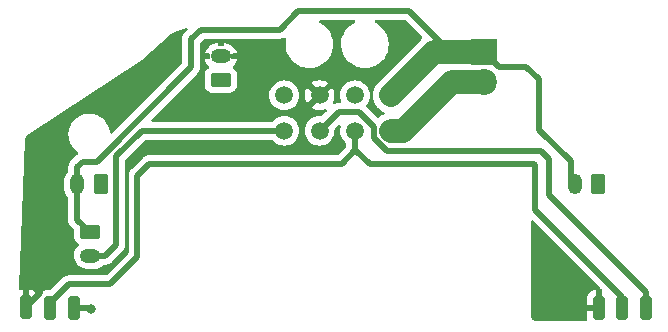
<source format=gbr>
%TF.GenerationSoftware,KiCad,Pcbnew,(6.0.0)*%
%TF.CreationDate,2023-10-09T13:50:17-07:00*%
%TF.ProjectId,minisb_bowden,6d696e69-7362-45f6-926f-7764656e2e6b,rev?*%
%TF.SameCoordinates,Original*%
%TF.FileFunction,Copper,L2,Bot*%
%TF.FilePolarity,Positive*%
%FSLAX46Y46*%
G04 Gerber Fmt 4.6, Leading zero omitted, Abs format (unit mm)*
G04 Created by KiCad (PCBNEW (6.0.0)) date 2023-10-09 13:50:17*
%MOMM*%
%LPD*%
G01*
G04 APERTURE LIST*
G04 Aperture macros list*
%AMRoundRect*
0 Rectangle with rounded corners*
0 $1 Rounding radius*
0 $2 $3 $4 $5 $6 $7 $8 $9 X,Y pos of 4 corners*
0 Add a 4 corners polygon primitive as box body*
4,1,4,$2,$3,$4,$5,$6,$7,$8,$9,$2,$3,0*
0 Add four circle primitives for the rounded corners*
1,1,$1+$1,$2,$3*
1,1,$1+$1,$4,$5*
1,1,$1+$1,$6,$7*
1,1,$1+$1,$8,$9*
0 Add four rect primitives between the rounded corners*
20,1,$1+$1,$2,$3,$4,$5,0*
20,1,$1+$1,$4,$5,$6,$7,0*
20,1,$1+$1,$6,$7,$8,$9,0*
20,1,$1+$1,$8,$9,$2,$3,0*%
G04 Aperture macros list end*
%TA.AperFunction,ComponentPad*%
%ADD10RoundRect,0.250000X-0.625000X0.350000X-0.625000X-0.350000X0.625000X-0.350000X0.625000X0.350000X0*%
%TD*%
%TA.AperFunction,ComponentPad*%
%ADD11O,1.750000X1.200000*%
%TD*%
%TA.AperFunction,SMDPad,CuDef*%
%ADD12RoundRect,0.250000X0.250000X0.750000X-0.250000X0.750000X-0.250000X-0.750000X0.250000X-0.750000X0*%
%TD*%
%TA.AperFunction,ComponentPad*%
%ADD13R,2.200000X2.200000*%
%TD*%
%TA.AperFunction,ComponentPad*%
%ADD14C,2.200000*%
%TD*%
%TA.AperFunction,ComponentPad*%
%ADD15RoundRect,0.250000X0.625000X-0.350000X0.625000X0.350000X-0.625000X0.350000X-0.625000X-0.350000X0*%
%TD*%
%TA.AperFunction,ComponentPad*%
%ADD16RoundRect,0.250000X0.500000X0.500000X-0.500000X0.500000X-0.500000X-0.500000X0.500000X-0.500000X0*%
%TD*%
%TA.AperFunction,ComponentPad*%
%ADD17C,1.500000*%
%TD*%
%TA.AperFunction,ComponentPad*%
%ADD18RoundRect,0.250000X0.350000X0.625000X-0.350000X0.625000X-0.350000X-0.625000X0.350000X-0.625000X0*%
%TD*%
%TA.AperFunction,ComponentPad*%
%ADD19O,1.200000X1.750000*%
%TD*%
%TA.AperFunction,ViaPad*%
%ADD20C,0.800000*%
%TD*%
%TA.AperFunction,Conductor*%
%ADD21C,0.500000*%
%TD*%
%TA.AperFunction,Conductor*%
%ADD22C,2.000000*%
%TD*%
G04 APERTURE END LIST*
D10*
%TO.P,HEF,1*%
%TO.N,24v*%
X104960000Y-101580000D03*
D11*
%TO.P,HEF,2*%
%TO.N,HEF*%
X104960000Y-103580000D03*
%TD*%
D12*
%TO.P,G,1*%
%TO.N,GND*%
X148000000Y-108000000D03*
%TD*%
%TO.P,S,1*%
%TO.N,LED*%
X150000000Y-108000000D03*
%TD*%
D13*
%TO.P,HE0,1*%
%TO.N,24v*%
X138310000Y-86320000D03*
D14*
%TO.P,HE0,2*%
%TO.N,HE0*%
X138310000Y-88860000D03*
%TD*%
D12*
%TO.P,G,1*%
%TO.N,GND*%
X99470000Y-107960000D03*
%TD*%
D15*
%TO.P,TH0,1*%
%TO.N,TH0*%
X116000000Y-88710000D03*
D11*
%TO.P,TH0,2*%
%TO.N,GND*%
X116000000Y-86710000D03*
%TD*%
D16*
%TO.P,MCU,1*%
%TO.N,24v*%
X130352500Y-90000000D03*
D17*
%TO.P,MCU,2*%
%TO.N,PCF*%
X127352500Y-90000000D03*
%TO.P,MCU,3*%
%TO.N,GND*%
X124352500Y-90000000D03*
%TO.P,MCU,4*%
%TO.N,TH0*%
X121352500Y-90000000D03*
%TO.P,MCU,5*%
%TO.N,HE0*%
X130352500Y-93000000D03*
%TO.P,MCU,6*%
%TO.N,LED*%
X127352500Y-93000000D03*
%TO.P,MCU,7*%
%TO.N,5v*%
X124352500Y-93000000D03*
%TO.P,MCU,8*%
%TO.N,HEF*%
X121352500Y-93000000D03*
%TD*%
D12*
%TO.P,5v,1*%
%TO.N,5v*%
X103560000Y-108000000D03*
%TD*%
D18*
%TO.P,PCF,1*%
%TO.N,PCF*%
X147950000Y-97540000D03*
X147950000Y-97540000D03*
D19*
%TO.P,PCF,2*%
%TO.N,24v*%
X145950000Y-97540000D03*
X145950000Y-97540000D03*
%TD*%
D12*
%TO.P,5v,1*%
%TO.N,5v*%
X152000000Y-108000000D03*
%TD*%
%TO.P,S,1*%
%TO.N,LED*%
X101570000Y-108000000D03*
%TD*%
D18*
%TO.P,PCF,1*%
%TO.N,PCF*%
X105840000Y-97540000D03*
D19*
%TO.P,PCF,2*%
%TO.N,24v*%
X103840000Y-97540000D03*
%TD*%
D20*
%TO.N,5v*%
X105020000Y-108060000D03*
%TO.N,GND*%
X100650000Y-96230000D03*
X143280000Y-104790000D03*
%TD*%
D21*
%TO.N,GND*%
X99470000Y-107960000D02*
X100650000Y-106780000D01*
X100650000Y-106780000D02*
X100650000Y-96230000D01*
%TO.N,LED*%
X126220000Y-95830000D02*
X127390000Y-94660000D01*
X108939520Y-96820480D02*
X109930000Y-95830000D01*
X108939520Y-103680480D02*
X108939520Y-96820480D01*
X109930000Y-95830000D02*
X126220000Y-95830000D01*
X103110000Y-106010000D02*
X106610000Y-106010000D01*
X101570000Y-108000000D02*
X101570000Y-107550000D01*
X101570000Y-107550000D02*
X103110000Y-106010000D01*
X106610000Y-106010000D02*
X108939520Y-103680480D01*
%TO.N,5v*%
X104960000Y-108000000D02*
X105020000Y-108060000D01*
X103560000Y-108000000D02*
X104960000Y-108000000D01*
%TO.N,24v*%
X122570000Y-82870000D02*
X131930000Y-82870000D01*
X113460000Y-87630000D02*
X113460000Y-85270000D01*
X103840000Y-97500000D02*
X103840000Y-96090000D01*
X113460000Y-85270000D02*
X114290000Y-84440000D01*
D22*
X130390000Y-90000000D02*
X134070000Y-86320000D01*
D21*
X142950000Y-88650000D02*
X142950000Y-92910000D01*
X139560000Y-87570000D02*
X141870000Y-87570000D01*
D22*
X134070000Y-86320000D02*
X138310000Y-86320000D01*
D21*
X104910000Y-101530000D02*
X104820000Y-101530000D01*
X114290000Y-84440000D02*
X121000000Y-84440000D01*
X145620000Y-95580000D02*
X145620000Y-97540000D01*
X104820000Y-101530000D02*
X103840000Y-100550000D01*
X104960000Y-101580000D02*
X104910000Y-101530000D01*
X141870000Y-87570000D02*
X142950000Y-88650000D01*
X131930000Y-82870000D02*
X135380000Y-86320000D01*
X142950000Y-92910000D02*
X145620000Y-95580000D01*
X138310000Y-86320000D02*
X139560000Y-87570000D01*
X105470000Y-95620000D02*
X113460000Y-87630000D01*
X121000000Y-84440000D02*
X122570000Y-82870000D01*
X103840000Y-100550000D02*
X103840000Y-97500000D01*
X104310000Y-95620000D02*
X105470000Y-95620000D01*
X135380000Y-86320000D02*
X138310000Y-86320000D01*
X103840000Y-96090000D02*
X104310000Y-95620000D01*
%TO.N,5v*%
X128940480Y-93600410D02*
X130070550Y-94730480D01*
X128940480Y-92670480D02*
X128940480Y-93600410D01*
X152000000Y-106670000D02*
X152000000Y-108000000D01*
X143140480Y-94730480D02*
X143790480Y-95380480D01*
X143790480Y-98460480D02*
X152000000Y-106670000D01*
X127670000Y-91400000D02*
X128940480Y-92670480D01*
X124390000Y-93000000D02*
X125990000Y-91400000D01*
X143790480Y-95380480D02*
X143790480Y-98460480D01*
X130070550Y-94730480D02*
X143140480Y-94730480D01*
X125990000Y-91400000D02*
X127670000Y-91400000D01*
%TO.N,HEF*%
X107140000Y-102640000D02*
X106200000Y-103580000D01*
X106200000Y-103580000D02*
X104960000Y-103580000D01*
X121390000Y-93000000D02*
X121380000Y-92990000D01*
X109320000Y-92990000D02*
X107140000Y-95170000D01*
X121380000Y-92990000D02*
X109320000Y-92990000D01*
X107140000Y-95170000D02*
X107140000Y-102640000D01*
D22*
%TO.N,HE0*%
X135590000Y-88860000D02*
X138310000Y-88860000D01*
X131450000Y-93000000D02*
X135590000Y-88860000D01*
X130390000Y-93000000D02*
X131450000Y-93000000D01*
D21*
%TO.N,LED*%
X142610000Y-99690000D02*
X150000000Y-107080000D01*
X142470000Y-95860000D02*
X142610000Y-96000000D01*
X127390000Y-94640000D02*
X128610000Y-95860000D01*
X127390000Y-94660000D02*
X127390000Y-94640000D01*
X127390000Y-94660000D02*
X127352500Y-94622500D01*
X142610000Y-96000000D02*
X142610000Y-99690000D01*
X127352500Y-94622500D02*
X127352500Y-93000000D01*
X128610000Y-95860000D02*
X142470000Y-95860000D01*
X150000000Y-107080000D02*
X150000000Y-108000000D01*
%TO.N,GND*%
X144700000Y-108000000D02*
X148000000Y-108000000D01*
X143270000Y-104800000D02*
X143270000Y-106570000D01*
X143280000Y-104790000D02*
X143270000Y-104800000D01*
X143270000Y-106570000D02*
X144700000Y-108000000D01*
%TD*%
%TA.AperFunction,Conductor*%
%TO.N,GND*%
G36*
X142466508Y-100619642D02*
G01*
X142473090Y-100625771D01*
X148223014Y-106375695D01*
X148257040Y-106438007D01*
X148257040Y-106491572D01*
X148254000Y-106505547D01*
X148254000Y-108128000D01*
X148233998Y-108196121D01*
X148180342Y-108242614D01*
X148128000Y-108254000D01*
X147010116Y-108254000D01*
X146994877Y-108258475D01*
X146993672Y-108259865D01*
X146992001Y-108267548D01*
X146992001Y-108797095D01*
X146992338Y-108803614D01*
X147002257Y-108899206D01*
X147005150Y-108912603D01*
X147020721Y-108959278D01*
X147023305Y-109030228D01*
X146987121Y-109091311D01*
X146923656Y-109123135D01*
X146901199Y-109125153D01*
X142799327Y-109125158D01*
X142779942Y-109123658D01*
X142765141Y-109121353D01*
X142765138Y-109121353D01*
X142756269Y-109119972D01*
X142747367Y-109121136D01*
X142747365Y-109121136D01*
X142747307Y-109121144D01*
X142747268Y-109121149D01*
X142716829Y-109121420D01*
X142654624Y-109114411D01*
X142627118Y-109108133D01*
X142549926Y-109081123D01*
X142524504Y-109068880D01*
X142455257Y-109025369D01*
X142433198Y-109007778D01*
X142375369Y-108949950D01*
X142357776Y-108927889D01*
X142348172Y-108912603D01*
X142329469Y-108882838D01*
X142314267Y-108858644D01*
X142302026Y-108833225D01*
X142275015Y-108756034D01*
X142268736Y-108728528D01*
X142262467Y-108672897D01*
X142261684Y-108657249D01*
X142261793Y-108648294D01*
X142263175Y-108639419D01*
X142259053Y-108607900D01*
X142257989Y-108591561D01*
X142257990Y-107727885D01*
X146992000Y-107727885D01*
X146996475Y-107743124D01*
X146997865Y-107744329D01*
X147005548Y-107746000D01*
X147727885Y-107746000D01*
X147743124Y-107741525D01*
X147744329Y-107740135D01*
X147746000Y-107732452D01*
X147746000Y-106510116D01*
X147741525Y-106494877D01*
X147740135Y-106493672D01*
X147732452Y-106492001D01*
X147702905Y-106492001D01*
X147696386Y-106492338D01*
X147600794Y-106502257D01*
X147587400Y-106505149D01*
X147433216Y-106556588D01*
X147420038Y-106562761D01*
X147282193Y-106648063D01*
X147270792Y-106657099D01*
X147156261Y-106771829D01*
X147147249Y-106783240D01*
X147062184Y-106921243D01*
X147056037Y-106934424D01*
X147004862Y-107088710D01*
X147001995Y-107102086D01*
X146992328Y-107196438D01*
X146992000Y-107202855D01*
X146992000Y-107727885D01*
X142257990Y-107727885D01*
X142257995Y-100714866D01*
X142277997Y-100646745D01*
X142331653Y-100600252D01*
X142401927Y-100590149D01*
X142466508Y-100619642D01*
G37*
%TD.AperFunction*%
%TA.AperFunction,Conductor*%
G36*
X127335358Y-83648502D02*
G01*
X127381851Y-83702158D01*
X127391955Y-83772432D01*
X127362461Y-83837012D01*
X127326392Y-83865750D01*
X127125558Y-83972536D01*
X127121999Y-83975122D01*
X127121997Y-83975123D01*
X126976125Y-84081105D01*
X126898308Y-84137642D01*
X126696248Y-84332769D01*
X126523312Y-84554118D01*
X126521116Y-84557922D01*
X126521111Y-84557929D01*
X126434959Y-84707149D01*
X126382864Y-84797381D01*
X126277638Y-85057824D01*
X126276573Y-85062097D01*
X126276572Y-85062099D01*
X126210747Y-85326107D01*
X126210746Y-85326112D01*
X126209683Y-85330376D01*
X126209224Y-85334744D01*
X126209223Y-85334749D01*
X126180959Y-85603671D01*
X126180322Y-85609733D01*
X126180475Y-85614121D01*
X126180475Y-85614127D01*
X126189257Y-85865593D01*
X126190125Y-85890458D01*
X126190887Y-85894781D01*
X126190888Y-85894788D01*
X126214664Y-86029624D01*
X126238902Y-86167087D01*
X126325703Y-86434235D01*
X126327631Y-86438188D01*
X126327633Y-86438193D01*
X126346074Y-86476002D01*
X126448840Y-86686702D01*
X126451295Y-86690341D01*
X126451298Y-86690347D01*
X126460127Y-86703436D01*
X126605915Y-86919576D01*
X126608860Y-86922847D01*
X126608861Y-86922848D01*
X126619503Y-86934667D01*
X126793871Y-87128322D01*
X126797233Y-87131143D01*
X126797234Y-87131144D01*
X126819166Y-87149547D01*
X127009050Y-87308879D01*
X127247264Y-87457731D01*
X127503875Y-87571982D01*
X127773890Y-87649407D01*
X127778240Y-87650018D01*
X127778243Y-87650019D01*
X127881190Y-87664487D01*
X128052052Y-87688500D01*
X128262646Y-87688500D01*
X128264832Y-87688347D01*
X128264836Y-87688347D01*
X128468327Y-87674118D01*
X128468332Y-87674117D01*
X128472712Y-87673811D01*
X128747470Y-87615409D01*
X128751599Y-87613906D01*
X128751603Y-87613905D01*
X129007281Y-87520846D01*
X129007285Y-87520844D01*
X129011426Y-87519337D01*
X129259442Y-87387464D01*
X129263003Y-87384877D01*
X129483129Y-87224947D01*
X129483132Y-87224944D01*
X129486692Y-87222358D01*
X129688752Y-87027231D01*
X129861688Y-86805882D01*
X129863884Y-86802078D01*
X129863889Y-86802071D01*
X129999935Y-86566431D01*
X130002136Y-86562619D01*
X130107362Y-86302176D01*
X130109031Y-86295482D01*
X130174253Y-86033893D01*
X130174254Y-86033888D01*
X130175317Y-86029624D01*
X130179734Y-85987603D01*
X130204219Y-85754636D01*
X130204219Y-85754633D01*
X130204678Y-85750267D01*
X130203804Y-85725230D01*
X130195029Y-85473939D01*
X130195028Y-85473933D01*
X130194875Y-85469542D01*
X130189312Y-85437989D01*
X130153590Y-85235405D01*
X130146098Y-85192913D01*
X130059297Y-84925765D01*
X130034704Y-84875341D01*
X129982062Y-84767410D01*
X129936160Y-84673298D01*
X129933705Y-84669659D01*
X129933702Y-84669653D01*
X129822114Y-84504218D01*
X129779085Y-84440424D01*
X129591129Y-84231678D01*
X129375950Y-84051121D01*
X129137736Y-83902269D01*
X129064376Y-83869607D01*
X129010280Y-83823627D01*
X128989631Y-83755699D01*
X129008983Y-83687391D01*
X129062194Y-83640390D01*
X129115625Y-83628500D01*
X131563629Y-83628500D01*
X131631750Y-83648502D01*
X131652724Y-83665405D01*
X133032445Y-85045126D01*
X133066471Y-85107438D01*
X133061406Y-85178253D01*
X133026675Y-85228735D01*
X133019109Y-85235405D01*
X132988986Y-85261962D01*
X132981345Y-85268698D01*
X132978135Y-85272606D01*
X132978134Y-85272607D01*
X132954821Y-85300989D01*
X132946551Y-85310108D01*
X129280195Y-88976464D01*
X129278569Y-88978374D01*
X129278563Y-88978381D01*
X129165808Y-89110868D01*
X129162530Y-89114720D01*
X129036779Y-89322358D01*
X128945845Y-89547429D01*
X128944725Y-89552359D01*
X128920428Y-89659305D01*
X128892065Y-89784144D01*
X128891747Y-89789191D01*
X128891747Y-89789194D01*
X128878139Y-90005475D01*
X128876822Y-90026413D01*
X128900511Y-90268002D01*
X128962519Y-90502696D01*
X129061254Y-90724456D01*
X129194174Y-90927578D01*
X129245095Y-90983344D01*
X129343306Y-91090899D01*
X129357858Y-91106836D01*
X129444416Y-91175441D01*
X129544129Y-91254473D01*
X129544135Y-91254477D01*
X129548098Y-91257618D01*
X129759998Y-91376045D01*
X129779749Y-91383234D01*
X129836920Y-91425326D01*
X129862259Y-91491647D01*
X129847720Y-91561139D01*
X129797919Y-91611739D01*
X129785888Y-91617618D01*
X129693513Y-91656829D01*
X129693502Y-91656835D01*
X129688844Y-91658812D01*
X129640535Y-91689234D01*
X129487712Y-91785472D01*
X129487709Y-91785474D01*
X129483433Y-91788167D01*
X129384802Y-91875122D01*
X129320478Y-91905166D01*
X129250120Y-91895665D01*
X129212383Y-91869702D01*
X128326025Y-90983344D01*
X128291999Y-90921032D01*
X128297064Y-90850217D01*
X128318002Y-90814285D01*
X128320249Y-90812038D01*
X128439952Y-90641085D01*
X128443399Y-90636162D01*
X128443400Y-90636160D01*
X128446556Y-90631653D01*
X128448879Y-90626671D01*
X128448882Y-90626666D01*
X128529579Y-90453609D01*
X128539620Y-90432076D01*
X128596615Y-90219371D01*
X128615807Y-90000000D01*
X128596615Y-89780629D01*
X128539620Y-89567924D01*
X128496085Y-89474562D01*
X128448882Y-89373334D01*
X128448879Y-89373329D01*
X128446556Y-89368347D01*
X128415286Y-89323689D01*
X128323408Y-89192473D01*
X128323406Y-89192470D01*
X128320249Y-89187962D01*
X128164538Y-89032251D01*
X128141860Y-89016371D01*
X128070241Y-88966223D01*
X127984154Y-88905944D01*
X127784576Y-88812880D01*
X127571871Y-88755885D01*
X127352500Y-88736693D01*
X127133129Y-88755885D01*
X126920424Y-88812880D01*
X126827062Y-88856415D01*
X126725834Y-88903618D01*
X126725829Y-88903621D01*
X126720847Y-88905944D01*
X126716340Y-88909100D01*
X126716338Y-88909101D01*
X126544973Y-89029092D01*
X126544970Y-89029094D01*
X126540462Y-89032251D01*
X126384751Y-89187962D01*
X126381594Y-89192470D01*
X126381592Y-89192473D01*
X126289714Y-89323689D01*
X126258444Y-89368347D01*
X126256121Y-89373329D01*
X126256118Y-89373334D01*
X126208915Y-89474562D01*
X126165380Y-89567924D01*
X126108385Y-89780629D01*
X126089193Y-90000000D01*
X126108385Y-90219371D01*
X126165380Y-90432076D01*
X126167703Y-90437058D01*
X126167706Y-90437066D01*
X126179450Y-90462251D01*
X126190111Y-90532443D01*
X126161130Y-90597255D01*
X126101710Y-90636111D01*
X126065255Y-90641500D01*
X126057070Y-90641500D01*
X126038120Y-90640067D01*
X126023885Y-90637901D01*
X126023881Y-90637901D01*
X126016651Y-90636801D01*
X126009359Y-90637394D01*
X126009356Y-90637394D01*
X125963982Y-90641085D01*
X125953767Y-90641500D01*
X125945707Y-90641500D01*
X125942073Y-90641924D01*
X125942067Y-90641924D01*
X125929042Y-90643443D01*
X125917480Y-90644791D01*
X125913132Y-90645221D01*
X125840364Y-90651140D01*
X125833403Y-90653395D01*
X125827463Y-90654582D01*
X125821588Y-90655971D01*
X125814319Y-90656818D01*
X125745670Y-90681736D01*
X125741542Y-90683153D01*
X125679064Y-90703393D01*
X125679062Y-90703394D01*
X125672101Y-90705649D01*
X125665846Y-90709445D01*
X125660385Y-90711945D01*
X125655378Y-90714453D01*
X125653065Y-90714871D01*
X125648928Y-90716853D01*
X125648063Y-90717167D01*
X125648061Y-90717168D01*
X125648056Y-90717170D01*
X125647581Y-90715861D01*
X125585512Y-90727073D01*
X125519914Y-90699917D01*
X125479411Y-90641607D01*
X125476863Y-90570656D01*
X125484760Y-90548542D01*
X125536826Y-90436887D01*
X125540572Y-90426595D01*
X125594696Y-90224599D01*
X125596599Y-90213804D01*
X125614826Y-90005475D01*
X125614826Y-89994525D01*
X125596599Y-89786196D01*
X125594696Y-89775401D01*
X125540572Y-89573405D01*
X125536826Y-89563113D01*
X125448446Y-89373583D01*
X125442966Y-89364093D01*
X125414089Y-89322851D01*
X125403614Y-89314477D01*
X125390165Y-89321546D01*
X124352500Y-90359210D01*
X123673322Y-91038389D01*
X123666894Y-91050161D01*
X123676190Y-91062176D01*
X123716588Y-91090464D01*
X123726084Y-91095947D01*
X123915613Y-91184326D01*
X123925905Y-91188072D01*
X124127901Y-91242196D01*
X124138696Y-91244099D01*
X124347025Y-91262326D01*
X124357975Y-91262326D01*
X124566304Y-91244099D01*
X124577099Y-91242196D01*
X124779095Y-91188072D01*
X124794560Y-91182443D01*
X124795349Y-91184612D01*
X124855798Y-91175441D01*
X124920606Y-91204432D01*
X124959452Y-91263858D01*
X124960003Y-91334853D01*
X124927930Y-91389389D01*
X124603820Y-91713499D01*
X124541508Y-91747525D01*
X124503747Y-91749925D01*
X124352500Y-91736693D01*
X124133129Y-91755885D01*
X123920424Y-91812880D01*
X123827062Y-91856415D01*
X123725834Y-91903618D01*
X123725829Y-91903621D01*
X123720847Y-91905944D01*
X123716340Y-91909100D01*
X123716338Y-91909101D01*
X123544973Y-92029092D01*
X123544970Y-92029094D01*
X123540462Y-92032251D01*
X123384751Y-92187962D01*
X123381594Y-92192470D01*
X123381592Y-92192473D01*
X123275872Y-92343457D01*
X123258444Y-92368347D01*
X123256121Y-92373329D01*
X123256118Y-92373334D01*
X123229436Y-92430554D01*
X123165380Y-92567924D01*
X123108385Y-92780629D01*
X123089193Y-93000000D01*
X123108385Y-93219371D01*
X123165380Y-93432076D01*
X123187488Y-93479487D01*
X123256118Y-93626666D01*
X123256121Y-93626671D01*
X123258444Y-93631653D01*
X123261600Y-93636160D01*
X123261601Y-93636162D01*
X123377885Y-93802232D01*
X123384751Y-93812038D01*
X123540462Y-93967749D01*
X123544971Y-93970906D01*
X123544973Y-93970908D01*
X123594000Y-94005237D01*
X123720846Y-94094056D01*
X123920424Y-94187120D01*
X124133129Y-94244115D01*
X124352500Y-94263307D01*
X124571871Y-94244115D01*
X124784576Y-94187120D01*
X124984154Y-94094056D01*
X125111000Y-94005237D01*
X125160027Y-93970908D01*
X125160029Y-93970906D01*
X125164538Y-93967749D01*
X125320249Y-93812038D01*
X125327116Y-93802232D01*
X125443399Y-93636162D01*
X125443400Y-93636160D01*
X125446556Y-93631653D01*
X125448879Y-93626671D01*
X125448882Y-93626666D01*
X125517512Y-93479487D01*
X125539620Y-93432076D01*
X125596615Y-93219371D01*
X125615807Y-93000000D01*
X125610656Y-92941120D01*
X125608609Y-92917722D01*
X125622599Y-92848117D01*
X125645035Y-92817646D01*
X125931926Y-92530755D01*
X125994238Y-92496729D01*
X126065053Y-92501794D01*
X126121889Y-92544341D01*
X126146700Y-92610861D01*
X126142727Y-92652462D01*
X126109810Y-92775308D01*
X126109809Y-92775317D01*
X126108385Y-92780629D01*
X126089193Y-93000000D01*
X126108385Y-93219371D01*
X126165380Y-93432076D01*
X126187488Y-93479487D01*
X126256118Y-93626666D01*
X126256121Y-93626671D01*
X126258444Y-93631653D01*
X126261600Y-93636160D01*
X126261601Y-93636162D01*
X126377885Y-93802232D01*
X126384751Y-93812038D01*
X126540462Y-93967749D01*
X126544971Y-93970906D01*
X126548996Y-93974284D01*
X126588319Y-94033395D01*
X126594000Y-94070802D01*
X126594000Y-94331129D01*
X126573998Y-94399250D01*
X126557095Y-94420224D01*
X125942724Y-95034595D01*
X125880412Y-95068621D01*
X125853629Y-95071500D01*
X109997069Y-95071500D01*
X109978121Y-95070067D01*
X109970780Y-95068950D01*
X109963883Y-95067901D01*
X109963881Y-95067901D01*
X109956651Y-95066801D01*
X109949359Y-95067394D01*
X109949356Y-95067394D01*
X109903982Y-95071085D01*
X109893767Y-95071500D01*
X109885707Y-95071500D01*
X109872417Y-95073049D01*
X109857493Y-95074789D01*
X109853118Y-95075222D01*
X109787661Y-95080546D01*
X109787658Y-95080547D01*
X109780363Y-95081140D01*
X109773399Y-95083396D01*
X109767440Y-95084587D01*
X109761585Y-95085971D01*
X109754319Y-95086818D01*
X109685673Y-95111735D01*
X109681545Y-95113152D01*
X109619064Y-95133393D01*
X109619062Y-95133394D01*
X109612101Y-95135649D01*
X109605846Y-95139445D01*
X109600372Y-95141951D01*
X109594942Y-95144670D01*
X109588063Y-95147167D01*
X109527016Y-95187191D01*
X109523327Y-95189518D01*
X109503135Y-95201771D01*
X109465693Y-95224491D01*
X109465688Y-95224495D01*
X109460892Y-95227405D01*
X109452516Y-95234803D01*
X109452493Y-95234777D01*
X109449503Y-95237426D01*
X109446264Y-95240134D01*
X109440148Y-95244144D01*
X109435121Y-95249451D01*
X109435117Y-95249454D01*
X109386872Y-95300383D01*
X109384494Y-95302825D01*
X108450609Y-96236710D01*
X108436197Y-96249096D01*
X108424602Y-96257629D01*
X108424597Y-96257634D01*
X108418702Y-96261972D01*
X108413963Y-96267550D01*
X108413960Y-96267553D01*
X108384485Y-96302248D01*
X108377555Y-96309764D01*
X108371860Y-96315459D01*
X108369580Y-96318341D01*
X108354239Y-96337731D01*
X108351448Y-96341135D01*
X108333400Y-96362379D01*
X108304187Y-96396765D01*
X108300859Y-96403281D01*
X108297492Y-96408330D01*
X108294325Y-96413459D01*
X108289786Y-96419196D01*
X108258865Y-96485355D01*
X108256962Y-96489249D01*
X108223751Y-96554288D01*
X108222012Y-96561396D01*
X108219913Y-96567039D01*
X108217996Y-96572802D01*
X108214898Y-96579430D01*
X108213408Y-96586592D01*
X108213408Y-96586593D01*
X108200034Y-96650892D01*
X108199064Y-96655176D01*
X108181712Y-96726090D01*
X108181020Y-96737244D01*
X108180984Y-96737242D01*
X108180745Y-96741235D01*
X108180371Y-96745427D01*
X108178880Y-96752595D01*
X108179078Y-96759912D01*
X108180974Y-96830001D01*
X108181020Y-96833408D01*
X108181020Y-103314109D01*
X108161018Y-103382230D01*
X108144115Y-103403204D01*
X106332724Y-105214595D01*
X106270412Y-105248621D01*
X106243629Y-105251500D01*
X103177070Y-105251500D01*
X103158120Y-105250067D01*
X103143885Y-105247901D01*
X103143881Y-105247901D01*
X103136651Y-105246801D01*
X103129359Y-105247394D01*
X103129356Y-105247394D01*
X103083982Y-105251085D01*
X103073767Y-105251500D01*
X103065707Y-105251500D01*
X103062073Y-105251924D01*
X103062067Y-105251924D01*
X103049042Y-105253443D01*
X103037480Y-105254791D01*
X103033132Y-105255221D01*
X102960364Y-105261140D01*
X102953403Y-105263395D01*
X102947463Y-105264582D01*
X102941588Y-105265971D01*
X102934319Y-105266818D01*
X102865670Y-105291736D01*
X102861542Y-105293153D01*
X102799064Y-105313393D01*
X102799062Y-105313394D01*
X102792101Y-105315649D01*
X102785846Y-105319445D01*
X102780372Y-105321951D01*
X102774942Y-105324670D01*
X102768063Y-105327167D01*
X102761943Y-105331180D01*
X102761942Y-105331180D01*
X102707024Y-105367186D01*
X102703320Y-105369523D01*
X102640893Y-105407405D01*
X102632516Y-105414803D01*
X102632492Y-105414776D01*
X102629500Y-105417429D01*
X102626267Y-105420132D01*
X102620148Y-105424144D01*
X102615116Y-105429456D01*
X102566872Y-105480383D01*
X102564494Y-105482825D01*
X101592724Y-106454595D01*
X101530412Y-106488621D01*
X101503629Y-106491500D01*
X101269600Y-106491500D01*
X101266354Y-106491837D01*
X101266350Y-106491837D01*
X101170692Y-106501762D01*
X101170688Y-106501763D01*
X101163834Y-106502474D01*
X101157298Y-106504655D01*
X101157296Y-106504655D01*
X101110211Y-106520364D01*
X100996054Y-106558450D01*
X100845652Y-106651522D01*
X100720695Y-106776697D01*
X100716855Y-106782927D01*
X100716854Y-106782928D01*
X100637490Y-106911680D01*
X100584718Y-106959173D01*
X100514646Y-106970597D01*
X100449522Y-106942323D01*
X100416129Y-106899015D01*
X100407240Y-106880041D01*
X100321937Y-106742193D01*
X100312901Y-106730792D01*
X100198171Y-106616261D01*
X100186760Y-106607249D01*
X100048757Y-106522184D01*
X100035576Y-106516037D01*
X99881290Y-106464862D01*
X99867914Y-106461995D01*
X99773562Y-106452328D01*
X99767145Y-106452000D01*
X99742115Y-106452000D01*
X99726876Y-106456475D01*
X99725671Y-106457865D01*
X99724000Y-106465548D01*
X99724000Y-108088000D01*
X99703998Y-108156121D01*
X99650342Y-108202614D01*
X99598000Y-108214000D01*
X99342000Y-108214000D01*
X99273879Y-108193998D01*
X99227386Y-108140342D01*
X99216000Y-108088000D01*
X99216000Y-106470116D01*
X99211525Y-106454877D01*
X99210135Y-106453672D01*
X99202452Y-106452001D01*
X99172905Y-106452001D01*
X99166386Y-106452338D01*
X99070794Y-106462257D01*
X99050657Y-106466605D01*
X99050128Y-106464154D01*
X98990683Y-106466311D01*
X98929604Y-106430119D01*
X98897788Y-106366651D01*
X98895887Y-106338849D01*
X98896347Y-106328063D01*
X99431990Y-93743369D01*
X99434311Y-93724079D01*
X99439001Y-93700579D01*
X99438217Y-93691641D01*
X99438539Y-93685767D01*
X99439449Y-93661196D01*
X99450458Y-93593649D01*
X99458744Y-93564897D01*
X99492477Y-93485021D01*
X99507309Y-93459032D01*
X99558924Y-93389366D01*
X99579466Y-93367609D01*
X99627860Y-93327250D01*
X99641215Y-93317523D01*
X99647003Y-93313863D01*
X99655191Y-93310190D01*
X99679382Y-93289560D01*
X99692501Y-93279770D01*
X99735348Y-93251937D01*
X102464277Y-91479229D01*
X109086625Y-87177364D01*
X109105091Y-87167448D01*
X109123507Y-87159454D01*
X109134105Y-87152750D01*
X109159086Y-87130908D01*
X109170821Y-87121812D01*
X109190627Y-87108249D01*
X109190637Y-87108242D01*
X109191894Y-87107381D01*
X109250213Y-87063145D01*
X109263539Y-87051979D01*
X109278071Y-87041468D01*
X109295833Y-87030456D01*
X109299966Y-87027894D01*
X109309480Y-87019725D01*
X109327607Y-86998501D01*
X109340153Y-86985768D01*
X111798976Y-84821556D01*
X111814505Y-84809883D01*
X111834726Y-84796998D01*
X111846350Y-84783717D01*
X111863592Y-84767410D01*
X111875565Y-84758056D01*
X111887700Y-84749672D01*
X111924284Y-84727439D01*
X111937331Y-84720522D01*
X111939572Y-84719497D01*
X111944545Y-84717224D01*
X111969937Y-84708743D01*
X111970240Y-84708677D01*
X111970244Y-84708676D01*
X111979007Y-84706754D01*
X112006906Y-84691500D01*
X112021748Y-84684597D01*
X113018405Y-84297664D01*
X113089147Y-84291657D01*
X113151907Y-84324849D01*
X113186759Y-84386702D01*
X113182638Y-84457579D01*
X113153101Y-84504218D01*
X112971089Y-84686230D01*
X112956677Y-84698616D01*
X112945082Y-84707149D01*
X112945077Y-84707154D01*
X112939182Y-84711492D01*
X112934443Y-84717070D01*
X112934440Y-84717073D01*
X112904965Y-84751768D01*
X112898035Y-84759284D01*
X112892340Y-84764979D01*
X112890060Y-84767861D01*
X112874719Y-84787251D01*
X112871928Y-84790655D01*
X112845674Y-84821558D01*
X112824667Y-84846285D01*
X112821339Y-84852801D01*
X112817972Y-84857850D01*
X112814805Y-84862979D01*
X112810266Y-84868716D01*
X112779345Y-84934875D01*
X112777442Y-84938769D01*
X112744231Y-85003808D01*
X112742492Y-85010916D01*
X112740393Y-85016559D01*
X112738476Y-85022322D01*
X112735378Y-85028950D01*
X112733888Y-85036112D01*
X112733888Y-85036113D01*
X112720514Y-85100412D01*
X112719544Y-85104696D01*
X112702192Y-85175610D01*
X112701500Y-85186764D01*
X112701464Y-85186762D01*
X112701225Y-85190755D01*
X112700851Y-85194947D01*
X112699360Y-85202115D01*
X112699558Y-85209432D01*
X112701454Y-85279521D01*
X112701500Y-85282928D01*
X112701500Y-87263629D01*
X112681498Y-87331750D01*
X112664595Y-87352724D01*
X106812782Y-93204537D01*
X106750470Y-93238563D01*
X106679655Y-93233498D01*
X106622819Y-93190951D01*
X106598033Y-93124779D01*
X106593910Y-93069292D01*
X106593910Y-93069289D01*
X106593564Y-93064639D01*
X106592433Y-93059637D01*
X106545552Y-92852460D01*
X106535896Y-92809786D01*
X106534203Y-92805432D01*
X106442886Y-92570609D01*
X106442885Y-92570606D01*
X106441193Y-92566256D01*
X106428668Y-92544341D01*
X106368647Y-92439328D01*
X106311533Y-92339399D01*
X106149766Y-92134199D01*
X105959446Y-91955163D01*
X105757698Y-91815205D01*
X105748595Y-91808890D01*
X105748592Y-91808888D01*
X105744753Y-91806225D01*
X105740563Y-91804159D01*
X105740560Y-91804157D01*
X105514591Y-91692722D01*
X105514588Y-91692721D01*
X105510403Y-91690657D01*
X105261546Y-91610997D01*
X105256939Y-91610247D01*
X105256936Y-91610246D01*
X105008258Y-91569746D01*
X105008259Y-91569746D01*
X105003647Y-91568995D01*
X104876859Y-91567335D01*
X104747051Y-91565636D01*
X104747048Y-91565636D01*
X104742374Y-91565575D01*
X104483464Y-91600811D01*
X104478978Y-91602119D01*
X104478976Y-91602119D01*
X104443628Y-91612422D01*
X104232607Y-91673929D01*
X104228372Y-91675881D01*
X104228365Y-91675884D01*
X104022361Y-91770855D01*
X103995313Y-91783324D01*
X103991404Y-91785887D01*
X103780707Y-91924025D01*
X103780702Y-91924029D01*
X103776794Y-91926591D01*
X103581852Y-92100583D01*
X103414769Y-92301478D01*
X103279216Y-92524864D01*
X103277407Y-92529178D01*
X103277406Y-92529180D01*
X103188787Y-92740513D01*
X103178170Y-92765831D01*
X103177019Y-92770363D01*
X103177018Y-92770366D01*
X103158589Y-92842930D01*
X103113851Y-93019087D01*
X103087672Y-93279069D01*
X103087896Y-93283735D01*
X103087896Y-93283741D01*
X103088839Y-93303373D01*
X103089391Y-93314857D01*
X103100209Y-93540064D01*
X103117435Y-93626666D01*
X103145648Y-93768502D01*
X103151185Y-93796340D01*
X103152764Y-93800738D01*
X103152766Y-93800745D01*
X103211328Y-93963852D01*
X103239481Y-94042265D01*
X103363158Y-94272439D01*
X103365953Y-94276182D01*
X103365955Y-94276185D01*
X103516705Y-94478063D01*
X103519498Y-94481803D01*
X103522805Y-94485081D01*
X103522810Y-94485087D01*
X103701751Y-94662472D01*
X103705067Y-94665759D01*
X103708834Y-94668521D01*
X103708835Y-94668522D01*
X103876913Y-94791762D01*
X103920021Y-94848173D01*
X103925788Y-94918935D01*
X103892382Y-94981582D01*
X103867776Y-95001091D01*
X103840892Y-95017405D01*
X103832516Y-95024803D01*
X103832493Y-95024777D01*
X103829503Y-95027426D01*
X103826264Y-95030134D01*
X103820148Y-95034144D01*
X103815121Y-95039451D01*
X103815117Y-95039454D01*
X103766872Y-95090383D01*
X103764494Y-95092825D01*
X103351089Y-95506230D01*
X103336677Y-95518616D01*
X103325082Y-95527149D01*
X103325077Y-95527154D01*
X103319182Y-95531492D01*
X103314443Y-95537070D01*
X103314440Y-95537073D01*
X103284965Y-95571768D01*
X103278035Y-95579284D01*
X103272340Y-95584979D01*
X103270060Y-95587861D01*
X103254719Y-95607251D01*
X103251928Y-95610655D01*
X103220992Y-95647069D01*
X103204667Y-95666285D01*
X103201339Y-95672801D01*
X103197972Y-95677850D01*
X103194805Y-95682979D01*
X103190266Y-95688716D01*
X103159345Y-95754875D01*
X103157442Y-95758769D01*
X103124231Y-95823808D01*
X103122492Y-95830916D01*
X103120393Y-95836559D01*
X103118476Y-95842322D01*
X103115378Y-95848950D01*
X103113888Y-95856112D01*
X103113888Y-95856113D01*
X103100514Y-95920412D01*
X103099544Y-95924696D01*
X103082192Y-95995610D01*
X103081500Y-96006764D01*
X103081464Y-96006762D01*
X103081225Y-96010755D01*
X103080851Y-96014947D01*
X103079360Y-96022115D01*
X103079558Y-96029432D01*
X103081454Y-96099521D01*
X103081500Y-96102928D01*
X103081500Y-96403734D01*
X103061498Y-96471855D01*
X103046523Y-96490858D01*
X102966119Y-96574850D01*
X102962867Y-96579887D01*
X102962865Y-96579889D01*
X102955656Y-96591054D01*
X102851380Y-96752548D01*
X102772314Y-96948737D01*
X102731772Y-97156337D01*
X102731500Y-97161899D01*
X102731500Y-97867846D01*
X102746548Y-98025566D01*
X102806092Y-98228534D01*
X102808836Y-98233861D01*
X102808836Y-98233862D01*
X102856491Y-98326389D01*
X102902942Y-98416580D01*
X103033604Y-98582920D01*
X103038135Y-98586852D01*
X103042270Y-98591194D01*
X103041418Y-98592006D01*
X103076421Y-98646557D01*
X103081500Y-98681970D01*
X103081500Y-100482930D01*
X103080067Y-100501880D01*
X103076801Y-100523349D01*
X103077394Y-100530641D01*
X103077394Y-100530644D01*
X103081085Y-100576018D01*
X103081500Y-100586233D01*
X103081500Y-100594293D01*
X103081925Y-100597937D01*
X103084789Y-100622507D01*
X103085222Y-100626882D01*
X103091140Y-100699637D01*
X103093396Y-100706601D01*
X103094587Y-100712560D01*
X103095971Y-100718415D01*
X103096818Y-100725681D01*
X103121735Y-100794327D01*
X103123152Y-100798455D01*
X103145649Y-100867899D01*
X103149445Y-100874154D01*
X103151951Y-100879628D01*
X103154670Y-100885058D01*
X103157167Y-100891937D01*
X103161180Y-100898057D01*
X103161180Y-100898058D01*
X103197186Y-100952976D01*
X103199523Y-100956680D01*
X103237405Y-101019107D01*
X103241121Y-101023315D01*
X103241122Y-101023316D01*
X103244803Y-101027484D01*
X103244776Y-101027508D01*
X103247429Y-101030500D01*
X103250132Y-101033733D01*
X103254144Y-101039852D01*
X103259456Y-101044884D01*
X103310383Y-101093128D01*
X103312825Y-101095506D01*
X103539595Y-101322276D01*
X103573621Y-101384588D01*
X103576500Y-101411371D01*
X103576500Y-101980400D01*
X103587474Y-102086166D01*
X103643450Y-102253946D01*
X103736522Y-102404348D01*
X103861697Y-102529305D01*
X103867927Y-102533145D01*
X103867928Y-102533146D01*
X103913236Y-102561074D01*
X103960729Y-102613846D01*
X103972153Y-102683918D01*
X103943879Y-102749042D01*
X103924955Y-102767418D01*
X103917080Y-102773604D01*
X103913148Y-102778135D01*
X103913145Y-102778138D01*
X103889591Y-102805282D01*
X103778448Y-102933363D01*
X103775448Y-102938549D01*
X103775445Y-102938553D01*
X103681661Y-103100665D01*
X103672527Y-103116454D01*
X103603139Y-103316271D01*
X103572787Y-103525604D01*
X103582567Y-103736899D01*
X103632125Y-103942534D01*
X103719674Y-104135087D01*
X103842054Y-104307611D01*
X103994850Y-104453881D01*
X104172548Y-104568620D01*
X104178114Y-104570863D01*
X104363168Y-104645442D01*
X104363171Y-104645443D01*
X104368737Y-104647686D01*
X104576337Y-104688228D01*
X104581899Y-104688500D01*
X105287846Y-104688500D01*
X105445566Y-104673452D01*
X105648534Y-104613908D01*
X105732111Y-104570863D01*
X105831249Y-104519804D01*
X105831252Y-104519802D01*
X105836580Y-104517058D01*
X106002920Y-104386396D01*
X106006852Y-104381865D01*
X106011194Y-104377730D01*
X106012006Y-104378582D01*
X106066557Y-104343579D01*
X106101970Y-104338500D01*
X106132930Y-104338500D01*
X106151880Y-104339933D01*
X106166115Y-104342099D01*
X106166119Y-104342099D01*
X106173349Y-104343199D01*
X106180641Y-104342606D01*
X106180644Y-104342606D01*
X106226018Y-104338915D01*
X106236233Y-104338500D01*
X106244293Y-104338500D01*
X106257583Y-104336951D01*
X106272507Y-104335211D01*
X106276882Y-104334778D01*
X106342339Y-104329454D01*
X106342342Y-104329453D01*
X106349637Y-104328860D01*
X106356601Y-104326604D01*
X106362560Y-104325413D01*
X106368415Y-104324029D01*
X106375681Y-104323182D01*
X106444327Y-104298265D01*
X106448455Y-104296848D01*
X106510936Y-104276607D01*
X106510938Y-104276606D01*
X106517899Y-104274351D01*
X106524154Y-104270555D01*
X106529628Y-104268049D01*
X106535058Y-104265330D01*
X106541937Y-104262833D01*
X106602976Y-104222814D01*
X106606680Y-104220477D01*
X106669107Y-104182595D01*
X106677484Y-104175197D01*
X106677508Y-104175224D01*
X106680500Y-104172571D01*
X106683733Y-104169868D01*
X106689852Y-104165856D01*
X106743128Y-104109617D01*
X106745506Y-104107175D01*
X107628911Y-103223770D01*
X107643323Y-103211384D01*
X107654918Y-103202851D01*
X107654923Y-103202846D01*
X107660818Y-103198508D01*
X107665557Y-103192930D01*
X107665560Y-103192927D01*
X107695035Y-103158232D01*
X107701965Y-103150716D01*
X107707661Y-103145020D01*
X107709924Y-103142159D01*
X107709929Y-103142154D01*
X107725293Y-103122734D01*
X107728082Y-103119333D01*
X107734942Y-103111258D01*
X107775333Y-103063715D01*
X107778659Y-103057202D01*
X107782020Y-103052163D01*
X107785196Y-103047021D01*
X107789734Y-103041284D01*
X107820655Y-102975125D01*
X107822561Y-102971225D01*
X107839244Y-102938553D01*
X107855769Y-102906192D01*
X107857508Y-102899083D01*
X107859604Y-102893449D01*
X107861523Y-102887679D01*
X107864622Y-102881050D01*
X107879491Y-102809565D01*
X107880461Y-102805282D01*
X107887103Y-102778138D01*
X107897808Y-102734390D01*
X107898500Y-102723236D01*
X107898535Y-102723238D01*
X107898775Y-102719266D01*
X107899152Y-102715045D01*
X107900641Y-102707885D01*
X107898546Y-102630458D01*
X107898500Y-102627050D01*
X107898500Y-95536371D01*
X107918502Y-95468250D01*
X107935405Y-95447276D01*
X109597276Y-93785405D01*
X109659588Y-93751379D01*
X109686371Y-93748500D01*
X120274670Y-93748500D01*
X120342791Y-93768502D01*
X120377884Y-93802231D01*
X120384751Y-93812038D01*
X120540462Y-93967749D01*
X120544971Y-93970906D01*
X120544973Y-93970908D01*
X120594000Y-94005237D01*
X120720846Y-94094056D01*
X120920424Y-94187120D01*
X121133129Y-94244115D01*
X121352500Y-94263307D01*
X121571871Y-94244115D01*
X121784576Y-94187120D01*
X121984154Y-94094056D01*
X122111000Y-94005237D01*
X122160027Y-93970908D01*
X122160029Y-93970906D01*
X122164538Y-93967749D01*
X122320249Y-93812038D01*
X122327116Y-93802232D01*
X122443399Y-93636162D01*
X122443400Y-93636160D01*
X122446556Y-93631653D01*
X122448879Y-93626671D01*
X122448882Y-93626666D01*
X122517512Y-93479487D01*
X122539620Y-93432076D01*
X122596615Y-93219371D01*
X122615807Y-93000000D01*
X122596615Y-92780629D01*
X122539620Y-92567924D01*
X122475564Y-92430554D01*
X122448882Y-92373334D01*
X122448879Y-92373329D01*
X122446556Y-92368347D01*
X122429128Y-92343457D01*
X122323408Y-92192473D01*
X122323406Y-92192470D01*
X122320249Y-92187962D01*
X122164538Y-92032251D01*
X122151310Y-92022988D01*
X122059024Y-91958369D01*
X121984154Y-91905944D01*
X121784576Y-91812880D01*
X121571871Y-91755885D01*
X121352500Y-91736693D01*
X121133129Y-91755885D01*
X120920424Y-91812880D01*
X120827062Y-91856415D01*
X120725834Y-91903618D01*
X120725829Y-91903621D01*
X120720847Y-91905944D01*
X120716340Y-91909100D01*
X120716338Y-91909101D01*
X120544973Y-92029092D01*
X120544970Y-92029094D01*
X120540462Y-92032251D01*
X120384751Y-92187962D01*
X120384612Y-92187823D01*
X120327499Y-92225819D01*
X120290090Y-92231500D01*
X110235371Y-92231500D01*
X110167250Y-92211498D01*
X110120757Y-92157842D01*
X110110653Y-92087568D01*
X110140147Y-92022988D01*
X110146276Y-92016405D01*
X112162681Y-90000000D01*
X120089193Y-90000000D01*
X120108385Y-90219371D01*
X120165380Y-90432076D01*
X120175421Y-90453609D01*
X120256118Y-90626666D01*
X120256121Y-90626671D01*
X120258444Y-90631653D01*
X120261600Y-90636160D01*
X120261601Y-90636162D01*
X120318324Y-90717170D01*
X120384751Y-90812038D01*
X120540462Y-90967749D01*
X120544971Y-90970906D01*
X120544973Y-90970908D01*
X120619741Y-91023261D01*
X120720846Y-91094056D01*
X120920424Y-91187120D01*
X121133129Y-91244115D01*
X121352500Y-91263307D01*
X121571871Y-91244115D01*
X121784576Y-91187120D01*
X121984154Y-91094056D01*
X122085259Y-91023261D01*
X122160027Y-90970908D01*
X122160029Y-90970906D01*
X122164538Y-90967749D01*
X122320249Y-90812038D01*
X122386677Y-90717170D01*
X122443399Y-90636162D01*
X122443400Y-90636160D01*
X122446556Y-90631653D01*
X122448879Y-90626671D01*
X122448882Y-90626666D01*
X122529579Y-90453609D01*
X122539620Y-90432076D01*
X122596615Y-90219371D01*
X122615328Y-90005475D01*
X123090174Y-90005475D01*
X123108401Y-90213804D01*
X123110304Y-90224599D01*
X123164428Y-90426595D01*
X123168174Y-90436887D01*
X123256554Y-90626417D01*
X123262034Y-90635907D01*
X123290911Y-90677149D01*
X123301387Y-90685523D01*
X123314834Y-90678455D01*
X123980479Y-90012811D01*
X123988092Y-89998868D01*
X123987961Y-89997034D01*
X123983710Y-89990420D01*
X123314109Y-89320820D01*
X123302339Y-89314393D01*
X123290324Y-89323689D01*
X123262034Y-89364093D01*
X123256554Y-89373583D01*
X123168174Y-89563113D01*
X123164428Y-89573405D01*
X123110304Y-89775401D01*
X123108401Y-89786196D01*
X123090174Y-89994525D01*
X123090174Y-90005475D01*
X122615328Y-90005475D01*
X122615807Y-90000000D01*
X122596615Y-89780629D01*
X122539620Y-89567924D01*
X122496085Y-89474562D01*
X122448882Y-89373334D01*
X122448879Y-89373329D01*
X122446556Y-89368347D01*
X122415286Y-89323689D01*
X122323408Y-89192473D01*
X122323406Y-89192470D01*
X122320249Y-89187962D01*
X122164538Y-89032251D01*
X122141860Y-89016371D01*
X122070241Y-88966223D01*
X122045483Y-88948887D01*
X123666977Y-88948887D01*
X123674045Y-88962334D01*
X124339689Y-89627979D01*
X124353632Y-89635592D01*
X124355466Y-89635461D01*
X124362080Y-89631210D01*
X125031680Y-88961609D01*
X125038107Y-88949839D01*
X125028813Y-88937825D01*
X124988412Y-88909536D01*
X124978916Y-88904053D01*
X124789387Y-88815674D01*
X124779095Y-88811928D01*
X124577099Y-88757804D01*
X124566304Y-88755901D01*
X124357975Y-88737674D01*
X124347025Y-88737674D01*
X124138696Y-88755901D01*
X124127901Y-88757804D01*
X123925905Y-88811928D01*
X123915613Y-88815674D01*
X123726083Y-88904054D01*
X123716593Y-88909534D01*
X123675351Y-88938411D01*
X123666977Y-88948887D01*
X122045483Y-88948887D01*
X121984154Y-88905944D01*
X121784576Y-88812880D01*
X121571871Y-88755885D01*
X121352500Y-88736693D01*
X121133129Y-88755885D01*
X120920424Y-88812880D01*
X120827062Y-88856415D01*
X120725834Y-88903618D01*
X120725829Y-88903621D01*
X120720847Y-88905944D01*
X120716340Y-88909100D01*
X120716338Y-88909101D01*
X120544973Y-89029092D01*
X120544970Y-89029094D01*
X120540462Y-89032251D01*
X120384751Y-89187962D01*
X120381594Y-89192470D01*
X120381592Y-89192473D01*
X120289714Y-89323689D01*
X120258444Y-89368347D01*
X120256121Y-89373329D01*
X120256118Y-89373334D01*
X120208915Y-89474562D01*
X120165380Y-89567924D01*
X120108385Y-89780629D01*
X120089193Y-90000000D01*
X112162681Y-90000000D01*
X113052281Y-89110400D01*
X114616500Y-89110400D01*
X114616837Y-89113646D01*
X114616837Y-89113650D01*
X114625016Y-89192473D01*
X114627474Y-89216166D01*
X114629655Y-89222702D01*
X114629655Y-89222704D01*
X114663067Y-89322851D01*
X114683450Y-89383946D01*
X114776522Y-89534348D01*
X114901697Y-89659305D01*
X114907927Y-89663145D01*
X114907928Y-89663146D01*
X115045090Y-89747694D01*
X115052262Y-89752115D01*
X115122220Y-89775319D01*
X115213611Y-89805632D01*
X115213613Y-89805632D01*
X115220139Y-89807797D01*
X115226975Y-89808497D01*
X115226978Y-89808498D01*
X115270031Y-89812909D01*
X115324600Y-89818500D01*
X116675400Y-89818500D01*
X116678646Y-89818163D01*
X116678650Y-89818163D01*
X116774308Y-89808238D01*
X116774312Y-89808237D01*
X116781166Y-89807526D01*
X116787702Y-89805345D01*
X116787704Y-89805345D01*
X116919806Y-89761272D01*
X116948946Y-89751550D01*
X117099348Y-89658478D01*
X117224305Y-89533303D01*
X117317115Y-89382738D01*
X117355741Y-89266283D01*
X117370632Y-89221389D01*
X117370632Y-89221387D01*
X117372797Y-89214861D01*
X117383500Y-89110400D01*
X117383500Y-88309600D01*
X117372526Y-88203834D01*
X117366472Y-88185686D01*
X117326272Y-88065194D01*
X117316550Y-88036054D01*
X117223478Y-87885652D01*
X117098303Y-87760695D01*
X117092069Y-87756852D01*
X117046310Y-87728645D01*
X116998817Y-87675873D01*
X116987395Y-87605801D01*
X117015669Y-87540677D01*
X117034597Y-87522298D01*
X117037856Y-87519738D01*
X117046506Y-87511501D01*
X117177212Y-87360877D01*
X117184147Y-87351153D01*
X117284010Y-87178533D01*
X117288984Y-87167669D01*
X117354407Y-86979273D01*
X117354648Y-86978284D01*
X117353180Y-86967992D01*
X117339615Y-86964000D01*
X116991104Y-86964000D01*
X116922983Y-86943998D01*
X116876490Y-86890342D01*
X116865794Y-86824829D01*
X116867786Y-86805882D01*
X116877863Y-86710002D01*
X116865794Y-86595170D01*
X116878566Y-86525332D01*
X116927068Y-86473485D01*
X116991104Y-86456000D01*
X117335402Y-86456000D01*
X117348933Y-86452027D01*
X117350288Y-86442601D01*
X117328806Y-86353463D01*
X117324917Y-86342168D01*
X117242371Y-86160618D01*
X117236424Y-86150276D01*
X117121032Y-85987603D01*
X117113239Y-85978575D01*
X116969169Y-85840658D01*
X116959804Y-85833262D01*
X116792259Y-85725079D01*
X116781655Y-85719583D01*
X116596688Y-85645039D01*
X116585230Y-85641645D01*
X116388072Y-85603143D01*
X116379209Y-85602066D01*
X116376500Y-85602000D01*
X116272115Y-85602000D01*
X116256876Y-85606475D01*
X116255671Y-85607865D01*
X116254000Y-85615548D01*
X116254000Y-85707793D01*
X116233998Y-85775914D01*
X116180342Y-85822407D01*
X116110068Y-85832511D01*
X116101803Y-85831040D01*
X116089263Y-85828374D01*
X116089259Y-85828374D01*
X116082806Y-85827002D01*
X115897192Y-85827002D01*
X115890740Y-85828373D01*
X115885167Y-85828959D01*
X115815329Y-85816185D01*
X115763484Y-85767682D01*
X115746000Y-85703649D01*
X115746000Y-85620115D01*
X115741525Y-85604876D01*
X115740135Y-85603671D01*
X115732452Y-85602000D01*
X115675168Y-85602000D01*
X115669192Y-85602285D01*
X115520506Y-85616471D01*
X115508772Y-85618730D01*
X115317401Y-85674872D01*
X115306325Y-85679302D01*
X115129022Y-85770619D01*
X115118976Y-85777069D01*
X114962143Y-85900262D01*
X114953494Y-85908499D01*
X114822788Y-86059123D01*
X114815853Y-86068847D01*
X114715990Y-86241467D01*
X114711016Y-86252331D01*
X114645593Y-86440727D01*
X114645352Y-86441716D01*
X114646820Y-86452008D01*
X114660385Y-86456000D01*
X114988894Y-86456000D01*
X115057015Y-86476002D01*
X115103508Y-86529658D01*
X115114204Y-86595170D01*
X115102135Y-86710002D01*
X115112213Y-86805882D01*
X115114204Y-86824829D01*
X115101432Y-86894668D01*
X115052930Y-86946514D01*
X114988894Y-86964000D01*
X114664598Y-86964000D01*
X114651067Y-86967973D01*
X114649712Y-86977399D01*
X114671194Y-87066537D01*
X114675083Y-87077832D01*
X114757629Y-87259382D01*
X114763576Y-87269724D01*
X114878968Y-87432397D01*
X114886761Y-87441425D01*
X114977757Y-87528535D01*
X115013133Y-87590090D01*
X115009614Y-87661000D01*
X114968317Y-87718750D01*
X114956947Y-87726685D01*
X114900652Y-87761522D01*
X114775695Y-87886697D01*
X114771855Y-87892927D01*
X114771854Y-87892928D01*
X114690654Y-88024659D01*
X114682885Y-88037262D01*
X114660585Y-88104494D01*
X114638024Y-88172516D01*
X114627203Y-88205139D01*
X114626503Y-88211975D01*
X114626502Y-88211978D01*
X114623290Y-88243327D01*
X114616500Y-88309600D01*
X114616500Y-89110400D01*
X113052281Y-89110400D01*
X113948911Y-88213770D01*
X113963323Y-88201384D01*
X113974918Y-88192851D01*
X113974923Y-88192846D01*
X113980818Y-88188508D01*
X113985557Y-88182930D01*
X113985560Y-88182927D01*
X114015035Y-88148232D01*
X114021965Y-88140716D01*
X114027660Y-88135021D01*
X114045281Y-88112749D01*
X114048072Y-88109345D01*
X114090591Y-88059297D01*
X114090592Y-88059295D01*
X114095333Y-88053715D01*
X114098661Y-88047199D01*
X114102028Y-88042150D01*
X114105195Y-88037021D01*
X114109734Y-88031284D01*
X114140655Y-87965125D01*
X114142561Y-87961225D01*
X114169630Y-87908214D01*
X114175769Y-87896192D01*
X114177508Y-87889084D01*
X114179607Y-87883441D01*
X114181524Y-87877678D01*
X114184622Y-87871050D01*
X114199487Y-87799583D01*
X114200457Y-87795299D01*
X114216473Y-87729845D01*
X114217808Y-87724390D01*
X114218500Y-87713236D01*
X114218536Y-87713238D01*
X114218775Y-87709245D01*
X114219149Y-87705053D01*
X114220640Y-87697885D01*
X114218546Y-87620479D01*
X114218500Y-87617072D01*
X114218500Y-85636371D01*
X114238502Y-85568250D01*
X114255405Y-85547276D01*
X114567276Y-85235405D01*
X114629588Y-85201379D01*
X114656371Y-85198500D01*
X120932930Y-85198500D01*
X120951880Y-85199933D01*
X120966115Y-85202099D01*
X120966119Y-85202099D01*
X120973349Y-85203199D01*
X120980641Y-85202606D01*
X120980644Y-85202606D01*
X121026018Y-85198915D01*
X121036233Y-85198500D01*
X121044293Y-85198500D01*
X121057583Y-85196951D01*
X121072507Y-85195211D01*
X121076882Y-85194778D01*
X121142339Y-85189454D01*
X121142342Y-85189453D01*
X121149637Y-85188860D01*
X121156601Y-85186604D01*
X121162560Y-85185413D01*
X121168415Y-85184029D01*
X121175681Y-85183182D01*
X121244327Y-85158265D01*
X121248455Y-85156848D01*
X121310936Y-85136607D01*
X121310938Y-85136606D01*
X121317899Y-85134351D01*
X121324159Y-85130552D01*
X121329628Y-85128048D01*
X121335053Y-85125332D01*
X121341937Y-85122833D01*
X121348057Y-85118820D01*
X121348068Y-85118815D01*
X121417935Y-85106199D01*
X121483531Y-85133359D01*
X121524030Y-85191671D01*
X121526741Y-85261960D01*
X121509683Y-85330376D01*
X121509224Y-85334744D01*
X121509223Y-85334749D01*
X121480959Y-85603671D01*
X121480322Y-85609733D01*
X121480475Y-85614121D01*
X121480475Y-85614127D01*
X121489257Y-85865593D01*
X121490125Y-85890458D01*
X121490887Y-85894781D01*
X121490888Y-85894788D01*
X121514664Y-86029624D01*
X121538902Y-86167087D01*
X121625703Y-86434235D01*
X121627631Y-86438188D01*
X121627633Y-86438193D01*
X121646074Y-86476002D01*
X121748840Y-86686702D01*
X121751295Y-86690341D01*
X121751298Y-86690347D01*
X121760127Y-86703436D01*
X121905915Y-86919576D01*
X121908860Y-86922847D01*
X121908861Y-86922848D01*
X121919503Y-86934667D01*
X122093871Y-87128322D01*
X122097233Y-87131143D01*
X122097234Y-87131144D01*
X122119166Y-87149547D01*
X122309050Y-87308879D01*
X122547264Y-87457731D01*
X122803875Y-87571982D01*
X123073890Y-87649407D01*
X123078240Y-87650018D01*
X123078243Y-87650019D01*
X123181190Y-87664487D01*
X123352052Y-87688500D01*
X123562646Y-87688500D01*
X123564832Y-87688347D01*
X123564836Y-87688347D01*
X123768327Y-87674118D01*
X123768332Y-87674117D01*
X123772712Y-87673811D01*
X124047470Y-87615409D01*
X124051599Y-87613906D01*
X124051603Y-87613905D01*
X124307281Y-87520846D01*
X124307285Y-87520844D01*
X124311426Y-87519337D01*
X124559442Y-87387464D01*
X124563003Y-87384877D01*
X124783129Y-87224947D01*
X124783132Y-87224944D01*
X124786692Y-87222358D01*
X124988752Y-87027231D01*
X125161688Y-86805882D01*
X125163884Y-86802078D01*
X125163889Y-86802071D01*
X125299935Y-86566431D01*
X125302136Y-86562619D01*
X125407362Y-86302176D01*
X125409031Y-86295482D01*
X125474253Y-86033893D01*
X125474254Y-86033888D01*
X125475317Y-86029624D01*
X125479734Y-85987603D01*
X125504219Y-85754636D01*
X125504219Y-85754633D01*
X125504678Y-85750267D01*
X125503804Y-85725230D01*
X125495029Y-85473939D01*
X125495028Y-85473933D01*
X125494875Y-85469542D01*
X125489312Y-85437989D01*
X125453590Y-85235405D01*
X125446098Y-85192913D01*
X125359297Y-84925765D01*
X125334704Y-84875341D01*
X125282062Y-84767410D01*
X125236160Y-84673298D01*
X125233705Y-84669659D01*
X125233702Y-84669653D01*
X125122114Y-84504218D01*
X125079085Y-84440424D01*
X124891129Y-84231678D01*
X124675950Y-84051121D01*
X124437736Y-83902269D01*
X124364376Y-83869607D01*
X124310280Y-83823627D01*
X124289631Y-83755699D01*
X124308983Y-83687391D01*
X124362194Y-83640390D01*
X124415625Y-83628500D01*
X127267237Y-83628500D01*
X127335358Y-83648502D01*
G37*
%TD.AperFunction*%
%TD*%
M02*

</source>
